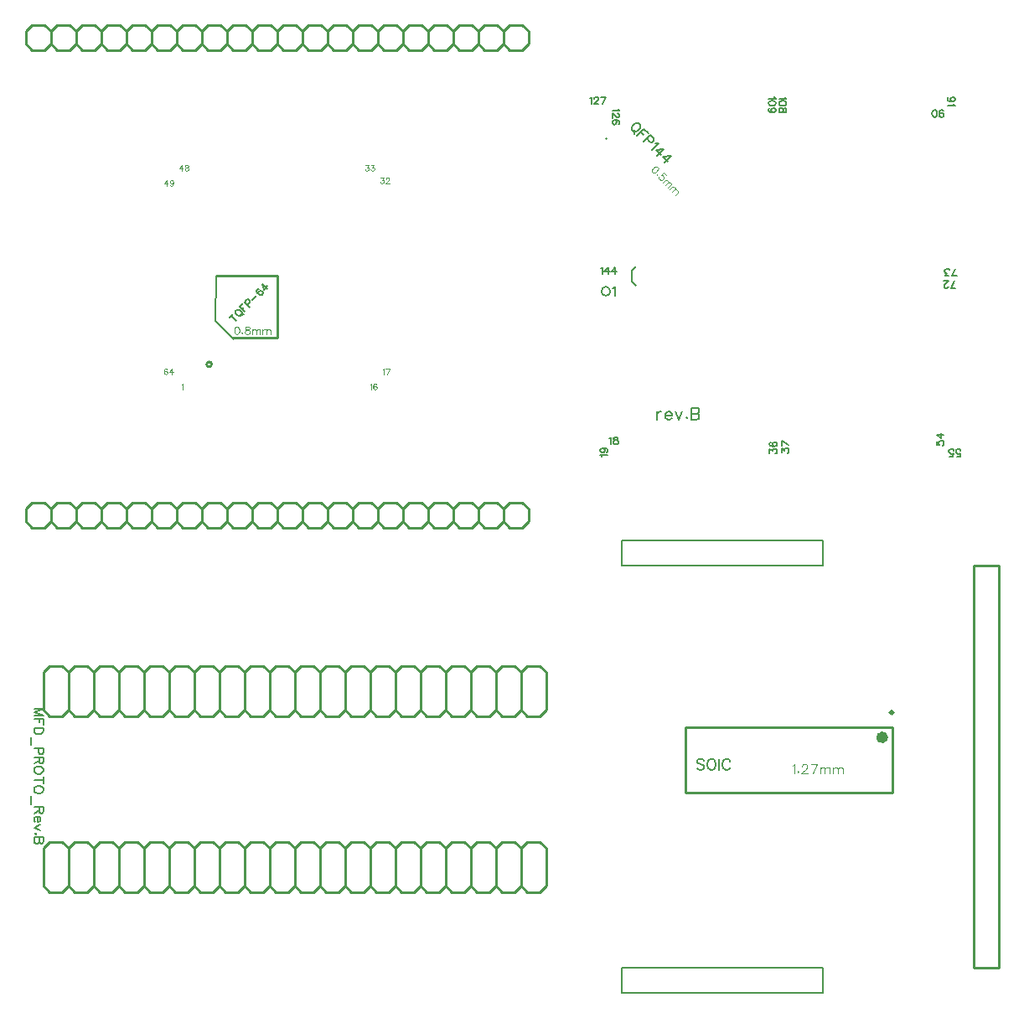
<source format=gto>
G04 ---------------------------- Layer name :TOP SILK LAYER*
G04 easyEDA 0.1*
G04 Scale: 100 percent, Rotated: No, Reflected: No *
G04 Dimensions in inches *
G04 leading zeros omitted , absolute positions ,2 integer and 4 * 
%FSLAX24Y24*%
%MOIN*%
G90*
G70D02*

%ADD10C,0.010000*%
%ADD11C,0.007900*%
%ADD12C,0.009800*%
%ADD13C,0.007874*%
%ADD14C,0.011800*%
%ADD15C,0.023600*%
%ADD16C,0.008000*%
%ADD17C,0.006000*%
%ADD18C,0.004000*%
%ADD19C,0.003937*%
%ADD20C,0.004720*%
%ADD21C,0.007000*%

%LPD*%
G54D10*
G01X22880Y73300D02*
G01X22880Y73290D01*
G01X20500Y52050D02*
G01X20250Y52300D01*
G01X20250Y52300D02*
G01X19750Y52300D01*
G01X19750Y52300D02*
G01X19500Y52050D01*
G01X19500Y52050D02*
G01X19250Y52300D01*
G01X19250Y52300D02*
G01X18750Y52300D01*
G01X18750Y52300D02*
G01X18500Y52050D01*
G01X18500Y52050D02*
G01X18250Y52300D01*
G01X18250Y52300D02*
G01X17750Y52300D01*
G01X17750Y52300D02*
G01X17500Y52050D01*
G01X17500Y52050D02*
G01X17250Y52300D01*
G01X17250Y52300D02*
G01X16750Y52300D01*
G01X16750Y52300D02*
G01X16500Y52050D01*
G01X16500Y52050D02*
G01X16250Y52300D01*
G01X16250Y52300D02*
G01X15750Y52300D01*
G01X15750Y52300D02*
G01X15500Y52050D01*
G01X15500Y52050D02*
G01X15250Y52300D01*
G01X15250Y52300D02*
G01X14750Y52300D01*
G01X14750Y52300D02*
G01X14500Y52050D01*
G01X20500Y52050D02*
G01X20500Y50550D01*
G01X20500Y50550D02*
G01X20250Y50300D01*
G01X20250Y50300D02*
G01X19750Y50300D01*
G01X19750Y50300D02*
G01X19500Y50550D01*
G01X19500Y50550D02*
G01X19250Y50300D01*
G01X19250Y50300D02*
G01X18750Y50300D01*
G01X18750Y50300D02*
G01X18500Y50550D01*
G01X18500Y50550D02*
G01X18250Y50300D01*
G01X18250Y50300D02*
G01X17750Y50300D01*
G01X17750Y50300D02*
G01X17500Y50550D01*
G01X17500Y50550D02*
G01X17250Y50300D01*
G01X17250Y50300D02*
G01X16750Y50300D01*
G01X16750Y50300D02*
G01X16500Y50550D01*
G01X16500Y50550D02*
G01X16250Y50300D01*
G01X16250Y50300D02*
G01X15750Y50300D01*
G01X15750Y50300D02*
G01X15500Y50550D01*
G01X15500Y50550D02*
G01X15250Y50300D01*
G01X15250Y50300D02*
G01X14750Y50300D01*
G01X14750Y50300D02*
G01X14500Y50550D01*
G01X14500Y50550D02*
G01X14250Y50300D01*
G01X14250Y50300D02*
G01X13750Y50300D01*
G01X13750Y50300D02*
G01X13500Y50550D01*
G01X13500Y50550D02*
G01X13250Y50300D01*
G01X13250Y50300D02*
G01X12750Y50300D01*
G01X12750Y50300D02*
G01X12500Y50550D01*
G01X12500Y50550D02*
G01X12250Y50300D01*
G01X12250Y50300D02*
G01X11750Y50300D01*
G01X11750Y50300D02*
G01X11500Y50550D01*
G01X11500Y50550D02*
G01X11250Y50300D01*
G01X11250Y50300D02*
G01X10750Y50300D01*
G01X10750Y50300D02*
G01X10500Y50550D01*
G01X10500Y50550D02*
G01X10250Y50300D01*
G01X10250Y50300D02*
G01X9750Y50300D01*
G01X9750Y50300D02*
G01X9500Y50550D01*
G01X9500Y50550D02*
G01X9250Y50300D01*
G01X9250Y50300D02*
G01X8750Y50300D01*
G01X8500Y50550D02*
G01X8750Y50300D01*
G01X8500Y50550D02*
G01X8250Y50300D01*
G01X7750Y50300D02*
G01X8250Y50300D01*
G01X7750Y50300D02*
G01X7500Y50550D01*
G01X7500Y50550D02*
G01X7250Y50300D01*
G01X6750Y50300D02*
G01X7250Y50300D01*
G01X6750Y50300D02*
G01X6500Y50550D01*
G01X6500Y50550D02*
G01X6250Y50300D01*
G01X5750Y50300D02*
G01X6250Y50300D01*
G01X5750Y50300D02*
G01X5500Y50550D01*
G01X5500Y50550D02*
G01X5250Y50300D01*
G01X4750Y50300D02*
G01X5250Y50300D01*
G01X4750Y50300D02*
G01X4500Y50550D01*
G01X4500Y50550D02*
G01X4250Y50300D01*
G01X3750Y50300D02*
G01X4250Y50300D01*
G01X3750Y50300D02*
G01X3500Y50550D01*
G01X3500Y50550D02*
G01X3250Y50300D01*
G01X2750Y50300D02*
G01X3250Y50300D01*
G01X2750Y50300D02*
G01X2500Y50550D01*
G01X2500Y50550D02*
G01X2250Y50300D01*
G01X1750Y50300D02*
G01X2250Y50300D01*
G01X1750Y50300D02*
G01X1500Y50550D01*
G01X1500Y52050D02*
G01X1750Y52300D01*
G01X1750Y52300D02*
G01X2250Y52300D01*
G01X2500Y52050D02*
G01X2250Y52300D01*
G01X2500Y52050D02*
G01X2750Y52300D01*
G01X2750Y52300D02*
G01X3250Y52300D01*
G01X3500Y52050D02*
G01X3250Y52300D01*
G01X3500Y52050D02*
G01X3750Y52300D01*
G01X3750Y52300D02*
G01X4250Y52300D01*
G01X4500Y52050D02*
G01X4250Y52300D01*
G01X4500Y52050D02*
G01X4750Y52300D01*
G01X5250Y52300D02*
G01X4750Y52300D01*
G01X5250Y52300D02*
G01X5500Y52050D01*
G01X5500Y52050D02*
G01X5750Y52300D01*
G01X6250Y52300D02*
G01X5750Y52300D01*
G01X6250Y52300D02*
G01X6500Y52050D01*
G01X6500Y52050D02*
G01X6750Y52300D01*
G01X6750Y52300D02*
G01X7250Y52300D01*
G01X7500Y52050D02*
G01X7250Y52300D01*
G01X7500Y52050D02*
G01X7750Y52300D01*
G01X7750Y52300D02*
G01X8250Y52300D01*
G01X8500Y52050D02*
G01X8250Y52300D01*
G01X8500Y52050D02*
G01X8750Y52300D01*
G01X8750Y52300D02*
G01X9250Y52300D01*
G01X9500Y52050D02*
G01X9250Y52300D01*
G01X9500Y52050D02*
G01X9750Y52300D01*
G01X9750Y52300D02*
G01X10250Y52300D01*
G01X10500Y52050D02*
G01X10250Y52300D01*
G01X10500Y52050D02*
G01X10750Y52300D01*
G01X10750Y52300D02*
G01X11250Y52300D01*
G01X11500Y52050D02*
G01X11250Y52300D01*
G01X11500Y52050D02*
G01X11750Y52300D01*
G01X11750Y52300D02*
G01X12250Y52300D01*
G01X12500Y52050D02*
G01X12250Y52300D01*
G01X12500Y52050D02*
G01X12750Y52300D01*
G01X12750Y52300D02*
G01X13250Y52300D01*
G01X13500Y52050D02*
G01X13250Y52300D01*
G01X13500Y52050D02*
G01X13750Y52300D01*
G01X13750Y52300D02*
G01X14250Y52300D01*
G01X14500Y52050D02*
G01X14250Y52300D01*
G01X19500Y50550D02*
G01X19500Y52050D01*
G01X18500Y50550D02*
G01X18500Y52050D01*
G01X17500Y50550D02*
G01X17500Y52050D01*
G01X16500Y50550D02*
G01X16500Y52050D01*
G01X15500Y50550D02*
G01X15500Y52050D01*
G01X14500Y50550D02*
G01X14500Y52050D01*
G01X13500Y50550D02*
G01X13500Y52050D01*
G01X12500Y50550D02*
G01X12500Y52050D01*
G01X11500Y50550D02*
G01X11500Y52050D01*
G01X10500Y50550D02*
G01X10500Y52050D01*
G01X9500Y50550D02*
G01X9500Y52050D01*
G01X8500Y50550D02*
G01X8500Y52050D01*
G01X7500Y50550D02*
G01X7500Y52050D01*
G01X6500Y50550D02*
G01X6500Y52050D01*
G01X5500Y50550D02*
G01X5500Y52050D01*
G01X4500Y50550D02*
G01X4500Y52050D01*
G01X3500Y50550D02*
G01X3500Y52050D01*
G01X2500Y50550D02*
G01X2500Y52050D01*
G01X1500Y50550D02*
G01X1500Y52050D01*
G01X1500Y50550D02*
G01X1250Y50300D01*
G01X750Y50300D02*
G01X1250Y50300D01*
G01X750Y50300D02*
G01X500Y50550D01*
G01X500Y52050D02*
G01X750Y52300D01*
G01X750Y52300D02*
G01X1250Y52300D01*
G01X1500Y52050D02*
G01X1250Y52300D01*
G01X500Y50550D02*
G01X500Y52050D01*
G01X20500Y45050D02*
G01X20250Y45300D01*
G01X20250Y45300D02*
G01X19750Y45300D01*
G01X19750Y45300D02*
G01X19500Y45050D01*
G01X19500Y45050D02*
G01X19250Y45300D01*
G01X19250Y45300D02*
G01X18750Y45300D01*
G01X18750Y45300D02*
G01X18500Y45050D01*
G01X18500Y45050D02*
G01X18250Y45300D01*
G01X18250Y45300D02*
G01X17750Y45300D01*
G01X17750Y45300D02*
G01X17500Y45050D01*
G01X17500Y45050D02*
G01X17250Y45300D01*
G01X17250Y45300D02*
G01X16750Y45300D01*
G01X16750Y45300D02*
G01X16500Y45050D01*
G01X16500Y45050D02*
G01X16250Y45300D01*
G01X16250Y45300D02*
G01X15750Y45300D01*
G01X15750Y45300D02*
G01X15500Y45050D01*
G01X15500Y45050D02*
G01X15250Y45300D01*
G01X15250Y45300D02*
G01X14750Y45300D01*
G01X14750Y45300D02*
G01X14500Y45050D01*
G01X20500Y45050D02*
G01X20500Y43550D01*
G01X20500Y43550D02*
G01X20250Y43300D01*
G01X20250Y43300D02*
G01X19750Y43300D01*
G01X19750Y43300D02*
G01X19500Y43550D01*
G01X19500Y43550D02*
G01X19250Y43300D01*
G01X19250Y43300D02*
G01X18750Y43300D01*
G01X18750Y43300D02*
G01X18500Y43550D01*
G01X18500Y43550D02*
G01X18250Y43300D01*
G01X18250Y43300D02*
G01X17750Y43300D01*
G01X17750Y43300D02*
G01X17500Y43550D01*
G01X17500Y43550D02*
G01X17250Y43300D01*
G01X17250Y43300D02*
G01X16750Y43300D01*
G01X16750Y43300D02*
G01X16500Y43550D01*
G01X16500Y43550D02*
G01X16250Y43300D01*
G01X16250Y43300D02*
G01X15750Y43300D01*
G01X15750Y43300D02*
G01X15500Y43550D01*
G01X15500Y43550D02*
G01X15250Y43300D01*
G01X15250Y43300D02*
G01X14750Y43300D01*
G01X14750Y43300D02*
G01X14500Y43550D01*
G01X14500Y43550D02*
G01X14250Y43300D01*
G01X14250Y43300D02*
G01X13750Y43300D01*
G01X13750Y43300D02*
G01X13500Y43550D01*
G01X13500Y43550D02*
G01X13250Y43300D01*
G01X13250Y43300D02*
G01X12750Y43300D01*
G01X12750Y43300D02*
G01X12500Y43550D01*
G01X12500Y43550D02*
G01X12250Y43300D01*
G01X12250Y43300D02*
G01X11750Y43300D01*
G01X11750Y43300D02*
G01X11500Y43550D01*
G01X11500Y43550D02*
G01X11250Y43300D01*
G01X11250Y43300D02*
G01X10750Y43300D01*
G01X10750Y43300D02*
G01X10500Y43550D01*
G01X10500Y43550D02*
G01X10250Y43300D01*
G01X10250Y43300D02*
G01X9750Y43300D01*
G01X9750Y43300D02*
G01X9500Y43550D01*
G01X9500Y43550D02*
G01X9250Y43300D01*
G01X9250Y43300D02*
G01X8750Y43300D01*
G01X8500Y43550D02*
G01X8750Y43300D01*
G01X8500Y43550D02*
G01X8250Y43300D01*
G01X7750Y43300D02*
G01X8250Y43300D01*
G01X7750Y43300D02*
G01X7500Y43550D01*
G01X7500Y43550D02*
G01X7250Y43300D01*
G01X6750Y43300D02*
G01X7250Y43300D01*
G01X6750Y43300D02*
G01X6500Y43550D01*
G01X6500Y43550D02*
G01X6250Y43300D01*
G01X5750Y43300D02*
G01X6250Y43300D01*
G01X5750Y43300D02*
G01X5500Y43550D01*
G01X5500Y43550D02*
G01X5250Y43300D01*
G01X4750Y43300D02*
G01X5250Y43300D01*
G01X4750Y43300D02*
G01X4500Y43550D01*
G01X4500Y43550D02*
G01X4250Y43300D01*
G01X3750Y43300D02*
G01X4250Y43300D01*
G01X3750Y43300D02*
G01X3500Y43550D01*
G01X3500Y43550D02*
G01X3250Y43300D01*
G01X2750Y43300D02*
G01X3250Y43300D01*
G01X2750Y43300D02*
G01X2500Y43550D01*
G01X2500Y43550D02*
G01X2250Y43300D01*
G01X1750Y43300D02*
G01X2250Y43300D01*
G01X1750Y43300D02*
G01X1500Y43550D01*
G01X1500Y45050D02*
G01X1750Y45300D01*
G01X1750Y45300D02*
G01X2250Y45300D01*
G01X2500Y45050D02*
G01X2250Y45300D01*
G01X2500Y45050D02*
G01X2750Y45300D01*
G01X2750Y45300D02*
G01X3250Y45300D01*
G01X3500Y45050D02*
G01X3250Y45300D01*
G01X3500Y45050D02*
G01X3750Y45300D01*
G01X3750Y45300D02*
G01X4250Y45300D01*
G01X4500Y45050D02*
G01X4250Y45300D01*
G01X4500Y45050D02*
G01X4750Y45300D01*
G01X5250Y45300D02*
G01X4750Y45300D01*
G01X5250Y45300D02*
G01X5500Y45050D01*
G01X5500Y45050D02*
G01X5750Y45300D01*
G01X6250Y45300D02*
G01X5750Y45300D01*
G01X6250Y45300D02*
G01X6500Y45050D01*
G01X6500Y45050D02*
G01X6750Y45300D01*
G01X6750Y45300D02*
G01X7250Y45300D01*
G01X7500Y45050D02*
G01X7250Y45300D01*
G01X7500Y45050D02*
G01X7750Y45300D01*
G01X7750Y45300D02*
G01X8250Y45300D01*
G01X8500Y45050D02*
G01X8250Y45300D01*
G01X8500Y45050D02*
G01X8750Y45300D01*
G01X8750Y45300D02*
G01X9250Y45300D01*
G01X9500Y45050D02*
G01X9250Y45300D01*
G01X9500Y45050D02*
G01X9750Y45300D01*
G01X9750Y45300D02*
G01X10250Y45300D01*
G01X10500Y45050D02*
G01X10250Y45300D01*
G01X10500Y45050D02*
G01X10750Y45300D01*
G01X10750Y45300D02*
G01X11250Y45300D01*
G01X11500Y45050D02*
G01X11250Y45300D01*
G01X11500Y45050D02*
G01X11750Y45300D01*
G01X11750Y45300D02*
G01X12250Y45300D01*
G01X12500Y45050D02*
G01X12250Y45300D01*
G01X12500Y45050D02*
G01X12750Y45300D01*
G01X12750Y45300D02*
G01X13250Y45300D01*
G01X13500Y45050D02*
G01X13250Y45300D01*
G01X13500Y45050D02*
G01X13750Y45300D01*
G01X13750Y45300D02*
G01X14250Y45300D01*
G01X14500Y45050D02*
G01X14250Y45300D01*
G01X19500Y43550D02*
G01X19500Y45050D01*
G01X18500Y43550D02*
G01X18500Y45050D01*
G01X17500Y43550D02*
G01X17500Y45050D01*
G01X16500Y43550D02*
G01X16500Y45050D01*
G01X15500Y43550D02*
G01X15500Y45050D01*
G01X14500Y43550D02*
G01X14500Y45050D01*
G01X13500Y43550D02*
G01X13500Y45050D01*
G01X12500Y43550D02*
G01X12500Y45050D01*
G01X11500Y43550D02*
G01X11500Y45050D01*
G01X10500Y43550D02*
G01X10500Y45050D01*
G01X9500Y43550D02*
G01X9500Y45050D01*
G01X8500Y43550D02*
G01X8500Y45050D01*
G01X7500Y43550D02*
G01X7500Y45050D01*
G01X6500Y43550D02*
G01X6500Y45050D01*
G01X5500Y43550D02*
G01X5500Y45050D01*
G01X4500Y43550D02*
G01X4500Y45050D01*
G01X3500Y43550D02*
G01X3500Y45050D01*
G01X2500Y43550D02*
G01X2500Y45050D01*
G01X1500Y43550D02*
G01X1500Y45050D01*
G01X1500Y43550D02*
G01X1250Y43300D01*
G01X750Y43300D02*
G01X1250Y43300D01*
G01X750Y43300D02*
G01X500Y43550D01*
G01X500Y45050D02*
G01X750Y45300D01*
G01X750Y45300D02*
G01X1250Y45300D01*
G01X1500Y45050D02*
G01X1250Y45300D01*
G01X500Y43550D02*
G01X500Y45050D01*
G54D11*
G01X31500Y56300D02*
G01X31500Y57300D01*
G01X23500Y56300D02*
G01X31500Y56300D01*
G01X23500Y56300D02*
G01X23500Y57300D01*
G01X23500Y57300D02*
G01X31500Y57300D01*
G01X31500Y39300D02*
G01X31500Y40300D01*
G01X23500Y39300D02*
G01X31500Y39300D01*
G01X23500Y39300D02*
G01X23500Y40300D01*
G01X23500Y40300D02*
G01X31500Y40300D01*
G54D10*
G01X37509Y40300D02*
G01X37509Y56300D01*
G01X38509Y56300D01*
G01X38509Y40300D01*
G01X37509Y40300D01*
G01X26035Y47251D02*
G01X34264Y47251D01*
G01X34264Y49848D01*
G01X26035Y49848D01*
G01X26035Y47251D01*
G54D11*
G01X8059Y65319D02*
G01X7359Y66019D01*
G01X7359Y66019D02*
G01X7369Y67819D01*
G54D12*
G01X9819Y67819D02*
G01X7380Y67819D01*
G01X9819Y65380D02*
G01X9819Y67819D01*
G01X9800Y65359D02*
G01X9819Y65380D01*
G01X9800Y65359D02*
G01X8050Y65359D01*
G01X8030Y65340D02*
G01X8050Y65359D01*
G54D10*
G01X1800Y77550D02*
G01X2050Y77800D01*
G01X2550Y77800D01*
G01X2800Y77550D01*
G01X3050Y77800D01*
G01X3550Y77800D01*
G01X3800Y77550D01*
G01X4050Y77800D01*
G01X4550Y77800D01*
G01X4800Y77550D01*
G01X5050Y77800D01*
G01X5550Y77800D01*
G01X5800Y77550D01*
G01X6050Y77800D01*
G01X6550Y77800D01*
G01X6800Y77550D01*
G01X7050Y77800D01*
G01X7550Y77800D01*
G01X7800Y77550D01*
G01X8050Y77800D01*
G01X8550Y77800D01*
G01X8800Y77550D01*
G01X9050Y77800D01*
G01X9550Y77800D01*
G01X9800Y77550D01*
G01X10050Y77800D01*
G01X10550Y77800D01*
G01X10800Y77550D01*
G01X11050Y77800D01*
G01X11550Y77800D01*
G01X11800Y77550D01*
G01X12050Y77800D01*
G01X12550Y77800D01*
G01X12800Y77550D01*
G01X13050Y77800D01*
G01X13550Y77800D01*
G01X13800Y77550D01*
G01X14050Y77800D01*
G01X14550Y77800D01*
G01X14800Y77550D01*
G01X15050Y77800D01*
G01X15550Y77800D01*
G01X15800Y77550D01*
G01X16050Y77800D01*
G01X16550Y77800D01*
G01X16800Y77550D01*
G01X17050Y77800D01*
G01X17550Y77800D01*
G01X17800Y77550D01*
G01X18050Y77800D01*
G01X18550Y77800D01*
G01X18800Y77550D01*
G01X19050Y77800D01*
G01X19550Y77800D01*
G01X19800Y77550D01*
G01X19800Y77050D01*
G01X19550Y76800D01*
G01X19050Y76800D01*
G01X18800Y77050D01*
G01X18550Y76800D01*
G01X18050Y76800D01*
G01X17800Y77050D01*
G01X17550Y76800D01*
G01X17050Y76800D01*
G01X16800Y77050D01*
G01X16550Y76800D01*
G01X16050Y76800D01*
G01X15800Y77050D01*
G01X15550Y76800D01*
G01X15050Y76800D01*
G01X14800Y77050D01*
G01X14550Y76800D01*
G01X14050Y76800D01*
G01X13800Y77050D01*
G01X13550Y76800D01*
G01X13050Y76800D01*
G01X12800Y77050D01*
G01X12550Y76800D01*
G01X12050Y76800D01*
G01X11800Y77050D01*
G01X11550Y76800D01*
G01X11050Y76800D01*
G01X10800Y77050D01*
G01X10550Y76800D01*
G01X10050Y76800D01*
G01X9800Y77050D01*
G01X9550Y76800D01*
G01X9050Y76800D01*
G01X8800Y77050D01*
G01X8550Y76800D01*
G01X8050Y76800D01*
G01X7800Y77050D01*
G01X7550Y76800D01*
G01X7050Y76800D01*
G01X6800Y77050D01*
G01X6550Y76800D01*
G01X6050Y76800D01*
G01X5800Y77050D01*
G01X5550Y76800D01*
G01X5050Y76800D01*
G01X4800Y77050D01*
G01X4550Y76800D01*
G01X4050Y76800D01*
G01X3800Y77050D01*
G01X3550Y76800D01*
G01X3050Y76800D01*
G01X2800Y77050D01*
G01X2550Y76800D01*
G01X2050Y76800D01*
G01X1800Y77050D01*
G01X1550Y76800D01*
G01X1050Y76800D01*
G01X800Y77050D01*
G01X800Y77550D01*
G01X1050Y77800D01*
G01X1550Y77800D01*
G01X1800Y77550D01*
G01X1800Y77050D01*
G01X3800Y77050D02*
G01X3800Y77550D01*
G01X2800Y77050D02*
G01X2800Y77550D01*
G01X4800Y77050D02*
G01X4800Y77550D01*
G01X6800Y77050D02*
G01X6800Y77550D01*
G01X5800Y77050D02*
G01X5800Y77550D01*
G01X7800Y77050D02*
G01X7800Y77550D01*
G01X9800Y77050D02*
G01X9800Y77550D01*
G01X8800Y77050D02*
G01X8800Y77550D01*
G01X10800Y77050D02*
G01X10800Y77550D01*
G01X12800Y77050D02*
G01X12800Y77550D01*
G01X11800Y77050D02*
G01X11800Y77550D01*
G01X13800Y77050D02*
G01X13800Y77550D01*
G01X15800Y77050D02*
G01X15800Y77550D01*
G01X14800Y77050D02*
G01X14800Y77550D01*
G01X16800Y77050D02*
G01X16800Y77550D01*
G01X18800Y77050D02*
G01X18800Y77550D01*
G01X17800Y77050D02*
G01X17800Y77550D01*
G01X800Y77050D02*
G01X550Y76800D01*
G01X50Y76800D01*
G01X-200Y77050D01*
G01X-200Y77550D01*
G01X50Y77800D01*
G01X550Y77800D01*
G01X800Y77550D01*
G01X1800Y58550D02*
G01X2050Y58800D01*
G01X2550Y58800D01*
G01X2800Y58550D01*
G01X3050Y58800D01*
G01X3550Y58800D01*
G01X3800Y58550D01*
G01X4050Y58800D01*
G01X4550Y58800D01*
G01X4800Y58550D01*
G01X5050Y58800D01*
G01X5550Y58800D01*
G01X5800Y58550D01*
G01X6050Y58800D01*
G01X6550Y58800D01*
G01X6800Y58550D01*
G01X7050Y58800D01*
G01X7550Y58800D01*
G01X7800Y58550D01*
G01X8050Y58800D01*
G01X8550Y58800D01*
G01X8800Y58550D01*
G01X9050Y58800D01*
G01X9550Y58800D01*
G01X9800Y58550D01*
G01X10050Y58800D01*
G01X10550Y58800D01*
G01X10800Y58550D01*
G01X11050Y58800D01*
G01X11550Y58800D01*
G01X11800Y58550D01*
G01X12050Y58800D01*
G01X12550Y58800D01*
G01X12800Y58550D01*
G01X13050Y58800D01*
G01X13550Y58800D01*
G01X13800Y58550D01*
G01X14050Y58800D01*
G01X14550Y58800D01*
G01X14800Y58550D01*
G01X15050Y58800D01*
G01X15550Y58800D01*
G01X15800Y58550D01*
G01X16050Y58800D01*
G01X16550Y58800D01*
G01X16800Y58550D01*
G01X17050Y58800D01*
G01X17550Y58800D01*
G01X17800Y58550D01*
G01X18050Y58800D01*
G01X18550Y58800D01*
G01X18800Y58550D01*
G01X19050Y58800D01*
G01X19550Y58800D01*
G01X19800Y58550D01*
G01X19800Y58050D01*
G01X19550Y57800D01*
G01X19050Y57800D01*
G01X18800Y58050D01*
G01X18550Y57800D01*
G01X18050Y57800D01*
G01X17800Y58050D01*
G01X17550Y57800D01*
G01X17050Y57800D01*
G01X16800Y58050D01*
G01X16550Y57800D01*
G01X16050Y57800D01*
G01X15800Y58050D01*
G01X15550Y57800D01*
G01X15050Y57800D01*
G01X14800Y58050D01*
G01X14550Y57800D01*
G01X14050Y57800D01*
G01X13800Y58050D01*
G01X13550Y57800D01*
G01X13050Y57800D01*
G01X12800Y58050D01*
G01X12550Y57800D01*
G01X12050Y57800D01*
G01X11800Y58050D01*
G01X11550Y57800D01*
G01X11050Y57800D01*
G01X10800Y58050D01*
G01X10550Y57800D01*
G01X10050Y57800D01*
G01X9800Y58050D01*
G01X9550Y57800D01*
G01X9050Y57800D01*
G01X8800Y58050D01*
G01X8550Y57800D01*
G01X8050Y57800D01*
G01X7800Y58050D01*
G01X7550Y57800D01*
G01X7050Y57800D01*
G01X6800Y58050D01*
G01X6550Y57800D01*
G01X6050Y57800D01*
G01X5800Y58050D01*
G01X5550Y57800D01*
G01X5050Y57800D01*
G01X4800Y58050D01*
G01X4550Y57800D01*
G01X4050Y57800D01*
G01X3800Y58050D01*
G01X3550Y57800D01*
G01X3050Y57800D01*
G01X2800Y58050D01*
G01X2550Y57800D01*
G01X2050Y57800D01*
G01X1800Y58050D01*
G01X1550Y57800D01*
G01X1050Y57800D01*
G01X800Y58050D01*
G01X800Y58550D01*
G01X1050Y58800D01*
G01X1550Y58800D01*
G01X1800Y58550D01*
G01X1800Y58050D01*
G01X3800Y58050D02*
G01X3800Y58550D01*
G01X2800Y58050D02*
G01X2800Y58550D01*
G01X4800Y58050D02*
G01X4800Y58550D01*
G01X6800Y58050D02*
G01X6800Y58550D01*
G01X5800Y58050D02*
G01X5800Y58550D01*
G01X7800Y58050D02*
G01X7800Y58550D01*
G01X9800Y58050D02*
G01X9800Y58550D01*
G01X8800Y58050D02*
G01X8800Y58550D01*
G01X10800Y58050D02*
G01X10800Y58550D01*
G01X12800Y58050D02*
G01X12800Y58550D01*
G01X11800Y58050D02*
G01X11800Y58550D01*
G01X13800Y58050D02*
G01X13800Y58550D01*
G01X15800Y58050D02*
G01X15800Y58550D01*
G01X14800Y58050D02*
G01X14800Y58550D01*
G01X16800Y58050D02*
G01X16800Y58550D01*
G01X18800Y58050D02*
G01X18800Y58550D01*
G01X17800Y58050D02*
G01X17800Y58550D01*
G01X800Y58050D02*
G01X550Y57800D01*
G01X50Y57800D01*
G01X-200Y58050D01*
G01X-200Y58550D01*
G01X50Y58800D01*
G01X550Y58800D01*
G01X800Y58550D01*
G54D11*
G01X24070Y67424D02*
G01X23907Y67586D01*
G01X23907Y67586D02*
G01X23900Y68032D01*
G01X23900Y68032D02*
G01X24070Y68202D01*
G54D16*
G01X515Y50600D02*
G01X138Y50600D01*
G01X515Y50600D02*
G01X138Y50457D01*
G01X515Y50313D02*
G01X138Y50457D01*
G01X515Y50313D02*
G01X138Y50313D01*
G01X515Y50196D02*
G01X138Y50196D01*
G01X515Y50196D02*
G01X515Y49963D01*
G01X336Y50196D02*
G01X336Y50052D01*
G01X515Y49844D02*
G01X138Y49844D01*
G01X515Y49844D02*
G01X515Y49719D01*
G01X496Y49665D01*
G01X461Y49630D01*
G01X425Y49611D01*
G01X371Y49594D01*
G01X282Y49594D01*
G01X228Y49611D01*
G01X192Y49630D01*
G01X157Y49665D01*
G01X138Y49719D01*
G01X138Y49844D01*
G01X13Y49476D02*
G01X13Y49154D01*
G01X515Y49036D02*
G01X138Y49036D01*
G01X515Y49036D02*
G01X515Y48875D01*
G01X496Y48821D01*
G01X478Y48803D01*
G01X442Y48784D01*
G01X388Y48784D01*
G01X353Y48803D01*
G01X336Y48821D01*
G01X317Y48875D01*
G01X317Y49036D01*
G01X515Y48667D02*
G01X138Y48667D01*
G01X515Y48667D02*
G01X515Y48505D01*
G01X496Y48453D01*
G01X478Y48434D01*
G01X442Y48417D01*
G01X407Y48417D01*
G01X371Y48434D01*
G01X353Y48453D01*
G01X336Y48505D01*
G01X336Y48667D01*
G01X336Y48542D02*
G01X138Y48417D01*
G01X515Y48190D02*
G01X496Y48227D01*
G01X461Y48263D01*
G01X425Y48280D01*
G01X371Y48298D01*
G01X282Y48298D01*
G01X228Y48280D01*
G01X192Y48263D01*
G01X157Y48227D01*
G01X138Y48190D01*
G01X138Y48119D01*
G01X157Y48084D01*
G01X192Y48048D01*
G01X228Y48030D01*
G01X282Y48011D01*
G01X371Y48011D01*
G01X425Y48030D01*
G01X461Y48048D01*
G01X496Y48084D01*
G01X515Y48119D01*
G01X515Y48190D01*
G01X515Y47769D02*
G01X138Y47769D01*
G01X515Y47894D02*
G01X515Y47644D01*
G01X515Y47417D02*
G01X496Y47454D01*
G01X461Y47490D01*
G01X425Y47507D01*
G01X371Y47526D01*
G01X282Y47526D01*
G01X228Y47507D01*
G01X192Y47490D01*
G01X157Y47454D01*
G01X138Y47417D01*
G01X138Y47346D01*
G01X157Y47311D01*
G01X192Y47275D01*
G01X228Y47257D01*
G01X282Y47238D01*
G01X371Y47238D01*
G01X425Y47257D01*
G01X461Y47275D01*
G01X496Y47311D01*
G01X515Y47346D01*
G01X515Y47417D01*
G01X13Y47121D02*
G01X13Y46798D01*
G01X515Y46680D02*
G01X138Y46680D01*
G01X515Y46680D02*
G01X515Y46519D01*
G01X496Y46465D01*
G01X478Y46448D01*
G01X442Y46430D01*
G01X407Y46430D01*
G01X371Y46448D01*
G01X353Y46465D01*
G01X336Y46519D01*
G01X336Y46680D01*
G01X336Y46555D02*
G01X138Y46430D01*
G01X282Y46311D02*
G01X282Y46098D01*
G01X317Y46098D01*
G01X353Y46115D01*
G01X371Y46132D01*
G01X388Y46169D01*
G01X388Y46223D01*
G01X371Y46259D01*
G01X336Y46294D01*
G01X282Y46311D01*
G01X246Y46311D01*
G01X192Y46294D01*
G01X157Y46259D01*
G01X138Y46223D01*
G01X138Y46169D01*
G01X157Y46132D01*
G01X192Y46098D01*
G01X388Y45979D02*
G01X138Y45871D01*
G01X388Y45765D02*
G01X138Y45871D01*
G01X228Y45629D02*
G01X211Y45646D01*
G01X192Y45629D01*
G01X211Y45611D01*
G01X228Y45629D01*
G01X515Y45492D02*
G01X138Y45492D01*
G01X515Y45492D02*
G01X515Y45332D01*
G01X496Y45278D01*
G01X478Y45259D01*
G01X442Y45242D01*
G01X407Y45242D01*
G01X371Y45259D01*
G01X353Y45278D01*
G01X336Y45332D01*
G01X336Y45492D02*
G01X336Y45332D01*
G01X317Y45278D01*
G01X300Y45259D01*
G01X263Y45242D01*
G01X211Y45242D01*
G01X175Y45259D01*
G01X157Y45278D01*
G01X138Y45332D01*
G01X138Y45492D01*
G01X23160Y67326D02*
G01X23195Y67345D01*
G01X23250Y67399D01*
G01X23250Y67017D01*
G54D17*
G01X29870Y60804D02*
G01X29870Y60954D01*
G01X29979Y60872D01*
G01X29979Y60913D01*
G01X29993Y60941D01*
G01X30007Y60954D01*
G01X30048Y60968D01*
G01X30075Y60968D01*
G01X30116Y60954D01*
G01X30143Y60928D01*
G01X30157Y60886D01*
G01X30157Y60845D01*
G01X30143Y60804D01*
G01X30129Y60791D01*
G01X30102Y60777D01*
G01X29870Y61249D02*
G01X30157Y61112D01*
G01X29870Y61059D02*
G01X29870Y61249D01*
G01X29582Y74946D02*
G01X29596Y74919D01*
G01X29637Y74878D01*
G01X29350Y74878D01*
G01X29637Y74706D02*
G01X29623Y74746D01*
G01X29582Y74773D01*
G01X29514Y74788D01*
G01X29473Y74788D01*
G01X29405Y74773D01*
G01X29364Y74746D01*
G01X29350Y74706D01*
G01X29350Y74679D01*
G01X29364Y74638D01*
G01X29405Y74611D01*
G01X29473Y74596D01*
G01X29514Y74597D01*
G01X29582Y74611D01*
G01X29623Y74638D01*
G01X29637Y74679D01*
G01X29637Y74706D01*
G01X29541Y74330D02*
G01X29500Y74342D01*
G01X29473Y74371D01*
G01X29459Y74411D01*
G01X29459Y74425D01*
G01X29473Y74465D01*
G01X29500Y74492D01*
G01X29541Y74507D01*
G01X29555Y74507D01*
G01X29596Y74492D01*
G01X29623Y74465D01*
G01X29637Y74425D01*
G01X29637Y74411D01*
G01X29623Y74371D01*
G01X29596Y74342D01*
G01X29541Y74330D01*
G01X29473Y74330D01*
G01X29405Y74343D01*
G01X29364Y74371D01*
G01X29350Y74411D01*
G01X29350Y74438D01*
G01X29364Y74480D01*
G01X29391Y74492D01*
G01X29389Y60778D02*
G01X29389Y60928D01*
G01X29498Y60846D01*
G01X29498Y60887D01*
G01X29513Y60915D01*
G01X29526Y60928D01*
G01X29568Y60942D01*
G01X29594Y60942D01*
G01X29635Y60928D01*
G01X29663Y60901D01*
G01X29677Y60860D01*
G01X29676Y60819D01*
G01X29663Y60778D01*
G01X29648Y60765D01*
G01X29622Y60751D01*
G01X29431Y61196D02*
G01X29403Y61182D01*
G01X29389Y61141D01*
G01X29389Y61114D01*
G01X29403Y61073D01*
G01X29444Y61046D01*
G01X29512Y61032D01*
G01X29581Y61032D01*
G01X29635Y61046D01*
G01X29663Y61073D01*
G01X29677Y61114D01*
G01X29677Y61127D01*
G01X29663Y61169D01*
G01X29635Y61196D01*
G01X29594Y61209D01*
G01X29581Y61209D01*
G01X29539Y61196D01*
G01X29513Y61168D01*
G01X29498Y61127D01*
G01X29498Y61114D01*
G01X29512Y61073D01*
G01X29539Y61046D01*
G01X29581Y61032D01*
G01X36600Y67342D02*
G01X36736Y67630D01*
G01X36791Y67342D02*
G01X36600Y67342D01*
G01X36497Y67412D02*
G01X36497Y67398D01*
G01X36483Y67371D01*
G01X36469Y67357D01*
G01X36443Y67342D01*
G01X36388Y67342D01*
G01X36360Y67357D01*
G01X36347Y67371D01*
G01X36333Y67398D01*
G01X36333Y67425D01*
G01X36346Y67452D01*
G01X36374Y67492D01*
G01X36510Y67630D01*
G01X36319Y67630D01*
G01X36641Y67822D02*
G01X36777Y68109D01*
G01X36832Y67822D02*
G01X36641Y67822D01*
G01X36524Y67822D02*
G01X36374Y67822D01*
G01X36456Y67931D01*
G01X36415Y67931D01*
G01X36387Y67945D01*
G01X36374Y67959D01*
G01X36360Y68000D01*
G01X36360Y68027D01*
G01X36374Y68068D01*
G01X36401Y68095D01*
G01X36442Y68109D01*
G01X36483Y68109D01*
G01X36524Y68095D01*
G01X36537Y68081D01*
G01X36551Y68054D01*
G01X30006Y74945D02*
G01X30020Y74918D01*
G01X30061Y74877D01*
G01X29774Y74877D01*
G01X30061Y74705D02*
G01X30047Y74746D01*
G01X30006Y74773D01*
G01X29938Y74787D01*
G01X29897Y74787D01*
G01X29829Y74773D01*
G01X29788Y74746D01*
G01X29774Y74705D01*
G01X29774Y74678D01*
G01X29788Y74637D01*
G01X29829Y74610D01*
G01X29897Y74596D01*
G01X29938Y74596D01*
G01X30006Y74610D01*
G01X30047Y74637D01*
G01X30061Y74678D01*
G01X30061Y74705D01*
G01X30061Y74438D02*
G01X30047Y74479D01*
G01X30020Y74492D01*
G01X29992Y74492D01*
G01X29965Y74479D01*
G01X29952Y74451D01*
G01X29938Y74397D01*
G01X29924Y74356D01*
G01X29897Y74329D01*
G01X29870Y74315D01*
G01X29829Y74315D01*
G01X29802Y74329D01*
G01X29788Y74342D01*
G01X29774Y74383D01*
G01X29774Y74438D01*
G01X29788Y74479D01*
G01X29802Y74492D01*
G01X29829Y74506D01*
G01X29870Y74506D01*
G01X29897Y74492D01*
G01X29924Y74465D01*
G01X29938Y74424D01*
G01X29952Y74370D01*
G01X29965Y74342D01*
G01X29992Y74329D01*
G01X30020Y74329D01*
G01X30047Y74342D01*
G01X30061Y74383D01*
G01X30061Y74438D01*
G01X22669Y68115D02*
G01X22697Y68129D01*
G01X22738Y68169D01*
G01X22738Y67883D01*
G01X22964Y68169D02*
G01X22828Y67979D01*
G01X23032Y67979D01*
G01X22964Y68169D02*
G01X22964Y67883D01*
G01X23259Y68169D02*
G01X23122Y67979D01*
G01X23327Y67979D01*
G01X23259Y68169D02*
G01X23259Y67883D01*
G01X22717Y60634D02*
G01X22703Y60661D01*
G01X22662Y60703D01*
G01X22949Y60703D01*
G01X22758Y60969D02*
G01X22799Y60957D01*
G01X22826Y60930D01*
G01X22840Y60888D01*
G01X22840Y60875D01*
G01X22826Y60834D01*
G01X22799Y60807D01*
G01X22758Y60792D01*
G01X22744Y60792D01*
G01X22703Y60807D01*
G01X22676Y60834D01*
G01X22662Y60875D01*
G01X22662Y60888D01*
G01X22676Y60930D01*
G01X22703Y60957D01*
G01X22758Y60969D01*
G01X22826Y60969D01*
G01X22894Y60957D01*
G01X22935Y60930D01*
G01X22949Y60888D01*
G01X22949Y60861D01*
G01X22935Y60819D01*
G01X22908Y60807D01*
G01X23022Y61355D02*
G01X23049Y61369D01*
G01X23090Y61409D01*
G01X23090Y61123D01*
G01X23248Y61409D02*
G01X23207Y61396D01*
G01X23194Y61369D01*
G01X23194Y61340D01*
G01X23207Y61313D01*
G01X23235Y61301D01*
G01X23289Y61286D01*
G01X23330Y61273D01*
G01X23357Y61246D01*
G01X23371Y61219D01*
G01X23371Y61178D01*
G01X23357Y61151D01*
G01X23344Y61136D01*
G01X23303Y61123D01*
G01X23248Y61123D01*
G01X23207Y61136D01*
G01X23194Y61151D01*
G01X23180Y61178D01*
G01X23180Y61219D01*
G01X23194Y61246D01*
G01X23221Y61273D01*
G01X23262Y61286D01*
G01X23317Y61301D01*
G01X23344Y61313D01*
G01X23357Y61340D01*
G01X23357Y61369D01*
G01X23344Y61396D01*
G01X23303Y61409D01*
G01X23248Y61409D01*
G01X36830Y60642D02*
G01X36967Y60642D01*
G01X36980Y60765D01*
G01X36967Y60751D01*
G01X36926Y60738D01*
G01X36885Y60738D01*
G01X36844Y60751D01*
G01X36817Y60779D01*
G01X36803Y60820D01*
G01X36803Y60847D01*
G01X36817Y60888D01*
G01X36844Y60915D01*
G01X36885Y60929D01*
G01X36926Y60929D01*
G01X36967Y60915D01*
G01X36980Y60901D01*
G01X36994Y60874D01*
G01X36549Y60642D02*
G01X36686Y60642D01*
G01X36699Y60765D01*
G01X36686Y60751D01*
G01X36645Y60738D01*
G01X36604Y60738D01*
G01X36563Y60751D01*
G01X36536Y60779D01*
G01X36522Y60820D01*
G01X36522Y60847D01*
G01X36536Y60888D01*
G01X36563Y60915D01*
G01X36604Y60929D01*
G01X36645Y60929D01*
G01X36686Y60915D01*
G01X36699Y60901D01*
G01X36713Y60874D01*
G01X36033Y61238D02*
G01X36033Y61102D01*
G01X36156Y61088D01*
G01X36142Y61102D01*
G01X36129Y61142D01*
G01X36129Y61184D01*
G01X36142Y61225D01*
G01X36170Y61252D01*
G01X36211Y61265D01*
G01X36238Y61265D01*
G01X36279Y61252D01*
G01X36306Y61225D01*
G01X36320Y61184D01*
G01X36320Y61142D01*
G01X36306Y61102D01*
G01X36292Y61088D01*
G01X36265Y61075D01*
G01X36033Y61492D02*
G01X36224Y61355D01*
G01X36224Y61559D01*
G01X36033Y61492D02*
G01X36320Y61492D01*
G01X36143Y74229D02*
G01X36156Y74269D01*
G01X36184Y74296D01*
G01X36225Y74311D01*
G01X36238Y74311D01*
G01X36279Y74296D01*
G01X36306Y74269D01*
G01X36320Y74229D01*
G01X36320Y74215D01*
G01X36306Y74173D01*
G01X36279Y74146D01*
G01X36238Y74133D01*
G01X36225Y74133D01*
G01X36184Y74146D01*
G01X36156Y74173D01*
G01X36143Y74229D01*
G01X36143Y74296D01*
G01X36156Y74365D01*
G01X36184Y74406D01*
G01X36225Y74419D01*
G01X36252Y74419D01*
G01X36293Y74406D01*
G01X36306Y74379D01*
G01X35971Y74133D02*
G01X36012Y74146D01*
G01X36039Y74188D01*
G01X36053Y74256D01*
G01X36053Y74296D01*
G01X36039Y74365D01*
G01X36012Y74406D01*
G01X35971Y74419D01*
G01X35944Y74419D01*
G01X35903Y74406D01*
G01X35875Y74365D01*
G01X35862Y74296D01*
G01X35862Y74256D01*
G01X35875Y74188D01*
G01X35903Y74146D01*
G01X35944Y74133D01*
G01X35971Y74133D01*
G01X36671Y74753D02*
G01X36630Y74765D01*
G01X36602Y74794D01*
G01X36589Y74834D01*
G01X36589Y74848D01*
G01X36602Y74888D01*
G01X36630Y74915D01*
G01X36671Y74930D01*
G01X36685Y74930D01*
G01X36726Y74915D01*
G01X36752Y74888D01*
G01X36767Y74848D01*
G01X36767Y74834D01*
G01X36752Y74794D01*
G01X36726Y74765D01*
G01X36671Y74753D01*
G01X36602Y74753D01*
G01X36535Y74765D01*
G01X36493Y74794D01*
G01X36480Y74834D01*
G01X36480Y74861D01*
G01X36493Y74903D01*
G01X36521Y74915D01*
G01X36711Y74663D02*
G01X36726Y74634D01*
G01X36767Y74594D01*
G01X36480Y74594D01*
G01X22243Y74884D02*
G01X22269Y74898D01*
G01X22310Y74939D01*
G01X22310Y74652D01*
G01X22414Y74870D02*
G01X22414Y74884D01*
G01X22427Y74911D01*
G01X22442Y74925D01*
G01X22468Y74939D01*
G01X22523Y74939D01*
G01X22551Y74925D01*
G01X22564Y74911D01*
G01X22577Y74884D01*
G01X22577Y74857D01*
G01X22564Y74830D01*
G01X22538Y74789D01*
G01X22401Y74652D01*
G01X22592Y74652D01*
G01X22872Y74939D02*
G01X22736Y74652D01*
G01X22681Y74939D02*
G01X22872Y74939D01*
G01X23364Y74459D02*
G01X23378Y74432D01*
G01X23419Y74391D01*
G01X23132Y74391D01*
G01X23350Y74287D02*
G01X23364Y74287D01*
G01X23391Y74274D01*
G01X23405Y74260D01*
G01X23419Y74233D01*
G01X23419Y74178D01*
G01X23405Y74151D01*
G01X23391Y74137D01*
G01X23364Y74124D01*
G01X23337Y74124D01*
G01X23310Y74137D01*
G01X23269Y74164D01*
G01X23132Y74301D01*
G01X23132Y74110D01*
G01X23378Y73856D02*
G01X23405Y73870D01*
G01X23419Y73911D01*
G01X23419Y73938D01*
G01X23405Y73979D01*
G01X23364Y74006D01*
G01X23296Y74020D01*
G01X23228Y74020D01*
G01X23173Y74006D01*
G01X23146Y73979D01*
G01X23132Y73938D01*
G01X23132Y73924D01*
G01X23146Y73884D01*
G01X23173Y73856D01*
G01X23214Y73843D01*
G01X23228Y73843D01*
G01X23269Y73856D01*
G01X23296Y73884D01*
G01X23310Y73924D01*
G01X23310Y73938D01*
G01X23296Y73979D01*
G01X23269Y74006D01*
G01X23228Y74020D01*
G54D16*
G01X24900Y62413D02*
G01X24900Y62094D01*
G01X24900Y62277D02*
G01X24922Y62344D01*
G01X24968Y62390D01*
G01X25014Y62413D01*
G01X25081Y62413D01*
G01X25231Y62277D02*
G01X25505Y62277D01*
G01X25505Y62323D01*
G01X25481Y62367D01*
G01X25459Y62390D01*
G01X25414Y62413D01*
G01X25344Y62413D01*
G01X25300Y62390D01*
G01X25255Y62344D01*
G01X25231Y62277D01*
G01X25231Y62232D01*
G01X25255Y62163D01*
G01X25300Y62117D01*
G01X25344Y62094D01*
G01X25414Y62094D01*
G01X25459Y62117D01*
G01X25505Y62163D01*
G01X25655Y62413D02*
G01X25790Y62094D01*
G01X25927Y62413D02*
G01X25790Y62094D01*
G01X26100Y62209D02*
G01X26077Y62186D01*
G01X26100Y62163D01*
G01X26122Y62186D01*
G01X26100Y62209D01*
G01X26272Y62573D02*
G01X26272Y62094D01*
G01X26272Y62573D02*
G01X26477Y62573D01*
G01X26544Y62550D01*
G01X26568Y62527D01*
G01X26590Y62482D01*
G01X26590Y62436D01*
G01X26568Y62390D01*
G01X26544Y62367D01*
G01X26477Y62344D01*
G01X26272Y62344D02*
G01X26477Y62344D01*
G01X26544Y62323D01*
G01X26568Y62300D01*
G01X26590Y62255D01*
G01X26590Y62186D01*
G01X26568Y62140D01*
G01X26544Y62117D01*
G01X26477Y62094D01*
G01X26272Y62094D01*
G54D18*
G01X24926Y72157D02*
G01X24888Y72177D01*
G01X24839Y72167D01*
G01X24781Y72128D01*
G01X24752Y72099D01*
G01X24714Y72041D01*
G01X24704Y71993D01*
G01X24723Y71954D01*
G01X24743Y71935D01*
G01X24781Y71916D01*
G01X24830Y71926D01*
G01X24888Y71964D01*
G01X24917Y71993D01*
G01X24955Y72051D01*
G01X24965Y72099D01*
G01X24946Y72138D01*
G01X24926Y72157D01*
G01X24922Y71852D02*
G01X24903Y71853D01*
G01X24903Y71833D01*
G01X24922Y71834D01*
G01X24922Y71852D01*
G01X25266Y71818D02*
G01X25169Y71915D01*
G01X25073Y71837D01*
G01X25092Y71838D01*
G01X25130Y71818D01*
G01X25159Y71789D01*
G01X25179Y71751D01*
G01X25178Y71712D01*
G01X25159Y71673D01*
G01X25140Y71654D01*
G01X25101Y71635D01*
G01X25063Y71635D01*
G01X25024Y71654D01*
G01X24995Y71683D01*
G01X24976Y71722D01*
G01X24977Y71741D01*
G01X24986Y71770D01*
G01X25281Y71667D02*
G01X25146Y71532D01*
G01X25243Y71629D02*
G01X25301Y71629D01*
G01X25329Y71619D01*
G01X25358Y71590D01*
G01X25368Y71562D01*
G01X25349Y71523D01*
G01X25252Y71426D01*
G01X25349Y71523D02*
G01X25407Y71523D01*
G01X25435Y71513D01*
G01X25464Y71484D01*
G01X25474Y71456D01*
G01X25455Y71417D01*
G01X25358Y71320D01*
G01X25556Y71392D02*
G01X25421Y71257D01*
G01X25518Y71353D02*
G01X25576Y71353D01*
G01X25605Y71344D01*
G01X25634Y71315D01*
G01X25643Y71286D01*
G01X25624Y71247D01*
G01X25527Y71150D01*
G01X25624Y71247D02*
G01X25682Y71247D01*
G01X25711Y71237D01*
G01X25740Y71208D01*
G01X25750Y71180D01*
G01X25730Y71141D01*
G01X25634Y71044D01*
G54D19*
G01X8186Y65800D02*
G01X8142Y65784D01*
G01X8113Y65742D01*
G01X8100Y65671D01*
G01X8100Y65628D01*
G01X8113Y65556D01*
G01X8142Y65513D01*
G01X8186Y65498D01*
G01X8215Y65498D01*
G01X8257Y65513D01*
G01X8286Y65556D01*
G01X8300Y65628D01*
G01X8300Y65671D01*
G01X8286Y65742D01*
G01X8257Y65784D01*
G01X8215Y65800D01*
G01X8186Y65800D01*
G01X8409Y65571D02*
G01X8394Y65556D01*
G01X8409Y65542D01*
G01X8423Y65556D01*
G01X8409Y65571D01*
G01X8590Y65800D02*
G01X8546Y65784D01*
G01X8532Y65757D01*
G01X8532Y65728D01*
G01X8546Y65700D01*
G01X8575Y65684D01*
G01X8632Y65671D01*
G01X8676Y65657D01*
G01X8703Y65628D01*
G01X8717Y65598D01*
G01X8717Y65556D01*
G01X8703Y65528D01*
G01X8690Y65513D01*
G01X8646Y65498D01*
G01X8590Y65498D01*
G01X8546Y65513D01*
G01X8532Y65528D01*
G01X8517Y65556D01*
G01X8517Y65598D01*
G01X8532Y65628D01*
G01X8561Y65657D01*
G01X8603Y65671D01*
G01X8661Y65684D01*
G01X8690Y65700D01*
G01X8703Y65728D01*
G01X8703Y65757D01*
G01X8690Y65784D01*
G01X8646Y65800D01*
G01X8590Y65800D01*
G01X8813Y65700D02*
G01X8813Y65498D01*
G01X8813Y65642D02*
G01X8855Y65684D01*
G01X8884Y65700D01*
G01X8926Y65700D01*
G01X8955Y65684D01*
G01X8969Y65642D01*
G01X8969Y65498D01*
G01X8969Y65642D02*
G01X9013Y65684D01*
G01X9042Y65700D01*
G01X9084Y65700D01*
G01X9113Y65684D01*
G01X9128Y65642D01*
G01X9128Y65498D01*
G01X9221Y65700D02*
G01X9221Y65498D01*
G01X9221Y65642D02*
G01X9265Y65684D01*
G01X9294Y65700D01*
G01X9336Y65700D01*
G01X9365Y65684D01*
G01X9380Y65642D01*
G01X9380Y65498D01*
G01X9380Y65642D02*
G01X9423Y65684D01*
G01X9451Y65700D01*
G01X9494Y65700D01*
G01X9523Y65684D01*
G01X9536Y65642D01*
G01X9536Y65498D01*
G54D20*
G01X30300Y48328D02*
G01X30335Y48346D01*
G01X30389Y48400D01*
G01X30389Y48024D01*
G01X30525Y48113D02*
G01X30507Y48096D01*
G01X30525Y48078D01*
G01X30543Y48096D01*
G01X30525Y48113D01*
G01X30678Y48310D02*
G01X30678Y48328D01*
G01X30697Y48364D01*
G01X30714Y48382D01*
G01X30751Y48400D01*
G01X30822Y48400D01*
G01X30857Y48382D01*
G01X30876Y48364D01*
G01X30893Y48328D01*
G01X30893Y48292D01*
G01X30876Y48257D01*
G01X30839Y48203D01*
G01X30660Y48024D01*
G01X30911Y48024D01*
G01X31281Y48400D02*
G01X31102Y48024D01*
G01X31030Y48400D02*
G01X31281Y48400D01*
G01X31398Y48274D02*
G01X31398Y48024D01*
G01X31398Y48203D02*
G01X31452Y48257D01*
G01X31488Y48274D01*
G01X31542Y48274D01*
G01X31577Y48257D01*
G01X31596Y48203D01*
G01X31596Y48024D01*
G01X31596Y48203D02*
G01X31648Y48257D01*
G01X31685Y48274D01*
G01X31739Y48274D01*
G01X31775Y48257D01*
G01X31792Y48203D01*
G01X31792Y48024D01*
G01X31910Y48274D02*
G01X31910Y48024D01*
G01X31910Y48203D02*
G01X31964Y48257D01*
G01X32000Y48274D01*
G01X32053Y48274D01*
G01X32089Y48257D01*
G01X32106Y48203D01*
G01X32106Y48024D01*
G01X32106Y48203D02*
G01X32160Y48257D01*
G01X32197Y48274D01*
G01X32251Y48274D01*
G01X32285Y48257D01*
G01X32303Y48203D01*
G01X32303Y48024D01*
G54D19*
G01X6000Y63486D02*
G01X6021Y63496D01*
G01X6053Y63529D01*
G01X6053Y63303D01*
G01X13500Y63486D02*
G01X13521Y63496D01*
G01X13553Y63529D01*
G01X13553Y63303D01*
G01X13752Y63496D02*
G01X13743Y63517D01*
G01X13710Y63529D01*
G01X13689Y63529D01*
G01X13656Y63517D01*
G01X13635Y63486D01*
G01X13625Y63432D01*
G01X13625Y63379D01*
G01X13635Y63336D01*
G01X13656Y63313D01*
G01X13689Y63303D01*
G01X13700Y63303D01*
G01X13731Y63313D01*
G01X13752Y63336D01*
G01X13764Y63367D01*
G01X13764Y63379D01*
G01X13752Y63411D01*
G01X13731Y63432D01*
G01X13700Y63442D01*
G01X13689Y63442D01*
G01X13656Y63432D01*
G01X13635Y63411D01*
G01X13625Y63379D01*
G01X14000Y64086D02*
G01X14021Y64096D01*
G01X14053Y64129D01*
G01X14053Y63903D01*
G01X14275Y64129D02*
G01X14168Y63903D01*
G01X14125Y64129D02*
G01X14275Y64129D01*
G01X13921Y71729D02*
G01X14039Y71729D01*
G01X13975Y71642D01*
G01X14006Y71642D01*
G01X14028Y71632D01*
G01X14039Y71621D01*
G01X14050Y71588D01*
G01X14050Y71567D01*
G01X14039Y71536D01*
G01X14018Y71513D01*
G01X13985Y71503D01*
G01X13953Y71503D01*
G01X13921Y71513D01*
G01X13910Y71525D01*
G01X13900Y71546D01*
G01X14131Y71675D02*
G01X14131Y71686D01*
G01X14143Y71707D01*
G01X14152Y71717D01*
G01X14175Y71729D01*
G01X14218Y71729D01*
G01X14239Y71717D01*
G01X14250Y71707D01*
G01X14260Y71686D01*
G01X14260Y71663D01*
G01X14250Y71642D01*
G01X14228Y71611D01*
G01X14121Y71503D01*
G01X14272Y71503D01*
G01X13321Y72229D02*
G01X13439Y72229D01*
G01X13375Y72142D01*
G01X13406Y72142D01*
G01X13428Y72132D01*
G01X13439Y72121D01*
G01X13450Y72088D01*
G01X13450Y72067D01*
G01X13439Y72036D01*
G01X13418Y72013D01*
G01X13385Y72003D01*
G01X13353Y72003D01*
G01X13321Y72013D01*
G01X13310Y72025D01*
G01X13300Y72046D01*
G01X13543Y72229D02*
G01X13660Y72229D01*
G01X13596Y72142D01*
G01X13628Y72142D01*
G01X13650Y72132D01*
G01X13660Y72121D01*
G01X13672Y72088D01*
G01X13672Y72067D01*
G01X13660Y72036D01*
G01X13639Y72013D01*
G01X13606Y72003D01*
G01X13575Y72003D01*
G01X13543Y72013D01*
G01X13531Y72025D01*
G01X13521Y72046D01*
G01X6007Y72229D02*
G01X5900Y72079D01*
G01X6061Y72079D01*
G01X6007Y72229D02*
G01X6007Y72003D01*
G01X6186Y72229D02*
G01X6153Y72217D01*
G01X6142Y72196D01*
G01X6142Y72175D01*
G01X6153Y72154D01*
G01X6175Y72142D01*
G01X6217Y72132D01*
G01X6250Y72121D01*
G01X6271Y72100D01*
G01X6282Y72079D01*
G01X6282Y72046D01*
G01X6271Y72025D01*
G01X6261Y72013D01*
G01X6228Y72003D01*
G01X6186Y72003D01*
G01X6153Y72013D01*
G01X6142Y72025D01*
G01X6132Y72046D01*
G01X6132Y72079D01*
G01X6142Y72100D01*
G01X6163Y72121D01*
G01X6196Y72132D01*
G01X6238Y72142D01*
G01X6261Y72154D01*
G01X6271Y72175D01*
G01X6271Y72196D01*
G01X6261Y72217D01*
G01X6228Y72229D01*
G01X6186Y72229D01*
G01X5407Y71629D02*
G01X5300Y71479D01*
G01X5461Y71479D01*
G01X5407Y71629D02*
G01X5407Y71403D01*
G01X5671Y71554D02*
G01X5661Y71521D01*
G01X5638Y71500D01*
G01X5607Y71488D01*
G01X5596Y71488D01*
G01X5563Y71500D01*
G01X5542Y71521D01*
G01X5532Y71554D01*
G01X5532Y71563D01*
G01X5542Y71596D01*
G01X5563Y71617D01*
G01X5596Y71629D01*
G01X5607Y71629D01*
G01X5638Y71617D01*
G01X5661Y71596D01*
G01X5671Y71554D01*
G01X5671Y71500D01*
G01X5661Y71446D01*
G01X5638Y71413D01*
G01X5607Y71403D01*
G01X5586Y71403D01*
G01X5553Y71413D01*
G01X5542Y71436D01*
G01X5428Y64096D02*
G01X5417Y64117D01*
G01X5386Y64129D01*
G01X5363Y64129D01*
G01X5332Y64117D01*
G01X5311Y64086D01*
G01X5300Y64032D01*
G01X5300Y63979D01*
G01X5311Y63936D01*
G01X5332Y63913D01*
G01X5363Y63903D01*
G01X5375Y63903D01*
G01X5407Y63913D01*
G01X5428Y63936D01*
G01X5440Y63967D01*
G01X5440Y63979D01*
G01X5428Y64011D01*
G01X5407Y64032D01*
G01X5375Y64042D01*
G01X5363Y64042D01*
G01X5332Y64032D01*
G01X5311Y64011D01*
G01X5300Y63979D01*
G01X5617Y64129D02*
G01X5509Y63979D01*
G01X5671Y63979D01*
G01X5617Y64129D02*
G01X5617Y63903D01*
G54D21*
G01X26785Y48539D02*
G01X26744Y48580D01*
G01X26684Y48600D01*
G01X26602Y48600D01*
G01X26540Y48580D01*
G01X26500Y48539D01*
G01X26500Y48498D01*
G01X26519Y48457D01*
G01X26540Y48437D01*
G01X26581Y48416D01*
G01X26705Y48375D01*
G01X26744Y48355D01*
G01X26765Y48335D01*
G01X26785Y48294D01*
G01X26785Y48232D01*
G01X26744Y48191D01*
G01X26684Y48171D01*
G01X26602Y48171D01*
G01X26540Y48191D01*
G01X26500Y48232D01*
G01X27043Y48600D02*
G01X27002Y48580D01*
G01X26961Y48539D01*
G01X26942Y48498D01*
G01X26921Y48437D01*
G01X26921Y48335D01*
G01X26942Y48273D01*
G01X26961Y48232D01*
G01X27002Y48191D01*
G01X27043Y48171D01*
G01X27126Y48171D01*
G01X27167Y48191D01*
G01X27207Y48232D01*
G01X27227Y48273D01*
G01X27248Y48335D01*
G01X27248Y48437D01*
G01X27227Y48498D01*
G01X27207Y48539D01*
G01X27167Y48580D01*
G01X27126Y48600D01*
G01X27043Y48600D01*
G01X27384Y48600D02*
G01X27384Y48171D01*
G01X27825Y48498D02*
G01X27805Y48539D01*
G01X27764Y48580D01*
G01X27722Y48600D01*
G01X27640Y48600D01*
G01X27600Y48580D01*
G01X27560Y48539D01*
G01X27539Y48498D01*
G01X27518Y48437D01*
G01X27518Y48335D01*
G01X27539Y48273D01*
G01X27560Y48232D01*
G01X27600Y48191D01*
G01X27640Y48171D01*
G01X27722Y48171D01*
G01X27764Y48191D01*
G01X27805Y48232D01*
G01X27825Y48273D01*
G54D17*
G01X7967Y66240D02*
G01X8170Y66037D01*
G01X7899Y66173D02*
G01X8035Y66308D01*
G01X8156Y66430D02*
G01X8146Y66400D01*
G01X8146Y66362D01*
G01X8157Y66333D01*
G01X8175Y66295D01*
G01X8224Y66246D01*
G01X8263Y66227D01*
G01X8291Y66217D01*
G01X8329Y66217D01*
G01X8359Y66227D01*
G01X8397Y66265D01*
G01X8407Y66295D01*
G01X8407Y66333D01*
G01X8397Y66361D01*
G01X8378Y66400D01*
G01X8329Y66449D01*
G01X8291Y66467D01*
G01X8262Y66478D01*
G01X8224Y66478D01*
G01X8194Y66468D01*
G01X8156Y66430D01*
G01X8349Y66295D02*
G01X8464Y66294D01*
G01X8316Y66589D02*
G01X8519Y66387D01*
G01X8316Y66589D02*
G01X8441Y66715D01*
G01X8413Y66493D02*
G01X8490Y66570D01*
G01X8505Y66778D02*
G01X8708Y66575D01*
G01X8505Y66778D02*
G01X8592Y66865D01*
G01X8631Y66884D01*
G01X8650Y66884D01*
G01X8679Y66874D01*
G01X8708Y66845D01*
G01X8718Y66817D01*
G01X8718Y66797D01*
G01X8698Y66759D01*
G01X8611Y66672D01*
G01X8819Y66861D02*
G01X8993Y67035D01*
G01X9085Y67301D02*
G01X9057Y67311D01*
G01X9018Y67292D01*
G01X8999Y67273D01*
G01X8980Y67234D01*
G01X8989Y67185D01*
G01X9028Y67128D01*
G01X9076Y67079D01*
G01X9124Y67050D01*
G01X9163Y67051D01*
G01X9202Y67070D01*
G01X9211Y67079D01*
G01X9230Y67118D01*
G01X9230Y67156D01*
G01X9211Y67195D01*
G01X9201Y67205D01*
G01X9162Y67224D01*
G01X9124Y67224D01*
G01X9085Y67205D01*
G01X9076Y67195D01*
G01X9057Y67157D01*
G01X9056Y67118D01*
G01X9076Y67079D01*
G01X9226Y67500D02*
G01X9265Y67268D01*
G01X9410Y67413D01*
G01X9226Y67500D02*
G01X9429Y67297D01*
G54D16*
G01X24183Y73887D02*
G01X24144Y73899D01*
G01X24093Y73900D01*
G01X24054Y73887D01*
G01X24003Y73861D01*
G01X23939Y73797D01*
G01X23913Y73745D01*
G01X23900Y73707D01*
G01X23901Y73655D01*
G01X23913Y73617D01*
G01X23964Y73565D01*
G01X24003Y73553D01*
G01X24055Y73552D01*
G01X24093Y73565D01*
G01X24144Y73591D01*
G01X24209Y73655D01*
G01X24234Y73706D01*
G01X24248Y73745D01*
G01X24247Y73797D01*
G01X24234Y73835D01*
G01X24183Y73887D01*
G01X24003Y73629D02*
G01X24003Y73475D01*
G01X24396Y73673D02*
G01X24126Y73403D01*
G01X24396Y73673D02*
G01X24563Y73506D01*
G01X24268Y73544D02*
G01X24370Y73442D01*
G01X24648Y73421D02*
G01X24378Y73151D01*
G01X24648Y73421D02*
G01X24764Y73305D01*
G01X24789Y73254D01*
G01X24790Y73228D01*
G01X24777Y73189D01*
G01X24739Y73151D01*
G01X24700Y73138D01*
G01X24673Y73138D01*
G01X24622Y73164D01*
G01X24507Y73280D01*
G01X24861Y73105D02*
G01X24900Y73092D01*
G01X24977Y73092D01*
G01X24707Y72822D01*
G01X25191Y72878D02*
G01X24883Y72827D01*
G01X25075Y72635D01*
G01X25191Y72878D02*
G01X24921Y72608D01*
G01X25468Y72601D02*
G01X25160Y72550D01*
G01X25353Y72357D01*
G01X25468Y72601D02*
G01X25198Y72331D01*
G54D14*
G75*
G01X34243Y50498D02*
G03X34244Y50498I1J-58D01*
G01*
G54D15*
G75*
G01X33869Y49573D02*
G03X33872Y49573I2J-117D01*
G01*
G54D13*
G75*
G01X23057Y67209D02*
G03X23057Y67209I-177J0D01*
G01*
G54D10*
G75*
G01X7200Y64300D02*
G03X7200Y64300I-100J0D01*
G01*

M00*
M02*
</source>
